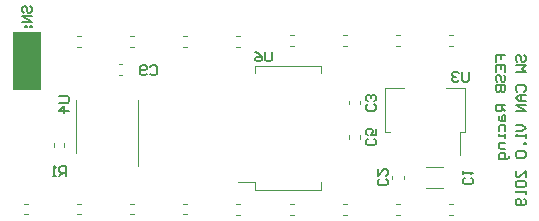
<source format=gbo>
G04 Layer_Color=32896*
%FSLAX25Y25*%
%MOIN*%
G70*
G01*
G75*
%ADD41C,0.00472*%
%ADD43C,0.00701*%
%ADD66R,0.09449X0.19685*%
D41*
X617658Y176378D02*
X623287D01*
X617658Y183465D02*
X623287D01*
X629035Y187224D02*
Y195079D01*
X624429Y209646D02*
X630512D01*
Y195079D02*
Y209646D01*
X629035Y195079D02*
X630512D01*
X604134Y209646D02*
X610217D01*
X604134Y195079D02*
Y209646D01*
Y195079D02*
X605610D01*
X560630Y214665D02*
Y217126D01*
X582677D01*
Y214665D02*
Y217126D01*
X560630Y175787D02*
Y178248D01*
Y175787D02*
X582677D01*
Y178248D01*
X554941D02*
X560630D01*
X591811Y204193D02*
Y205256D01*
X595590Y204193D02*
Y205256D01*
X591811Y192776D02*
Y193839D01*
X595590Y192776D02*
Y193839D01*
X515216Y213858D02*
X516280D01*
X515216Y217638D02*
X516280D01*
X521752Y188071D02*
Y205787D01*
X500886Y188071D02*
Y205787D01*
X521752Y183563D02*
Y188071D01*
X606378Y179390D02*
Y180453D01*
X610157Y179390D02*
Y180453D01*
X493504Y189902D02*
Y191201D01*
X497047Y189902D02*
Y191201D01*
X483602Y167520D02*
X484902D01*
X483602Y171063D02*
X484902D01*
X501319Y167520D02*
X502618D01*
X501319Y171063D02*
X502618D01*
X519035Y167520D02*
X520335D01*
X519035Y171063D02*
X520335D01*
X536752Y167520D02*
X538051D01*
X536752Y171063D02*
X538051D01*
X554468Y167323D02*
X555768D01*
X554468Y170866D02*
X555768D01*
X572185Y167323D02*
X573484D01*
X572185Y170866D02*
X573484D01*
X589902Y167323D02*
X591201D01*
X589902Y170866D02*
X591201D01*
X607618Y167323D02*
X608917D01*
X607618Y170866D02*
X608917D01*
X625335Y167323D02*
X626634D01*
X625335Y170866D02*
X626634D01*
X625335Y223622D02*
X626634D01*
X625335Y227165D02*
X626634D01*
X607618Y223622D02*
X608917D01*
X607618Y227165D02*
X608917D01*
X589902Y223622D02*
X591201D01*
X589902Y227165D02*
X591201D01*
X572185Y223622D02*
X573484D01*
X572185Y227165D02*
X573484D01*
X554468Y223425D02*
X555768D01*
X554468Y226969D02*
X555768D01*
X536752Y223425D02*
X538051D01*
X536752Y226969D02*
X538051D01*
X519035Y223425D02*
X520335D01*
X519035Y226969D02*
X520335D01*
X501319Y223425D02*
X502618D01*
X501319Y226969D02*
X502618D01*
D43*
X640837Y218360D02*
Y220559D01*
X642486D01*
Y219460D01*
Y220559D01*
X644135D01*
X640837Y215062D02*
Y217261D01*
X644135D01*
Y215062D01*
X642486Y217261D02*
Y216161D01*
X641387Y211764D02*
X640837Y212314D01*
Y213413D01*
X641387Y213963D01*
X641936D01*
X642486Y213413D01*
Y212314D01*
X643036Y211764D01*
X643585D01*
X644135Y212314D01*
Y213413D01*
X643585Y213963D01*
X640837Y210665D02*
X644135D01*
Y209016D01*
X643585Y208466D01*
X643036D01*
X642486Y209016D01*
Y210665D01*
Y209016D01*
X641936Y208466D01*
X641387D01*
X640837Y209016D01*
Y210665D01*
X644135Y204068D02*
X640837D01*
Y202419D01*
X641387Y201870D01*
X642486D01*
X643036Y202419D01*
Y204068D01*
Y202969D02*
X644135Y201870D01*
X641936Y200220D02*
Y199121D01*
X642486Y198572D01*
X644135D01*
Y200220D01*
X643585Y200770D01*
X643036Y200220D01*
Y198572D01*
X641936Y195273D02*
Y196922D01*
X642486Y197472D01*
X643585D01*
X644135Y196922D01*
Y195273D01*
Y194174D02*
Y193075D01*
Y193624D01*
X641936D01*
Y194174D01*
X644135Y191426D02*
X641936D01*
Y189776D01*
X642486Y189227D01*
X644135D01*
X645234Y187028D02*
Y186478D01*
X644685Y185929D01*
X641936D01*
Y187578D01*
X642486Y188127D01*
X643585D01*
X644135Y187578D01*
Y185929D01*
X648126Y218360D02*
X647576Y218910D01*
Y220009D01*
X648126Y220559D01*
X648675D01*
X649225Y220009D01*
Y218910D01*
X649775Y218360D01*
X650324D01*
X650874Y218910D01*
Y220009D01*
X650324Y220559D01*
X647576Y217261D02*
X650874D01*
X649775Y216161D01*
X650874Y215062D01*
X647576D01*
X648126Y208466D02*
X647576Y209016D01*
Y210115D01*
X648126Y210665D01*
X650324D01*
X650874Y210115D01*
Y209016D01*
X650324Y208466D01*
X650874Y207366D02*
X648675D01*
X647576Y206267D01*
X648675Y205168D01*
X650874D01*
X649225D01*
Y207366D01*
X650874Y204068D02*
X647576D01*
X650874Y201870D01*
X647576D01*
Y197472D02*
X649775D01*
X650874Y196373D01*
X649775Y195273D01*
X647576D01*
X650874Y194174D02*
Y193075D01*
Y193624D01*
X647576D01*
X648126Y194174D01*
X650874Y191426D02*
X650324D01*
Y190876D01*
X650874D01*
Y191426D01*
X648126Y188677D02*
X647576Y188127D01*
Y187028D01*
X648126Y186478D01*
X650324D01*
X650874Y187028D01*
Y188127D01*
X650324Y188677D01*
X648126D01*
X650874Y179882D02*
Y182081D01*
X648675Y179882D01*
X648126D01*
X647576Y180432D01*
Y181531D01*
X648126Y182081D01*
Y178783D02*
X647576Y178233D01*
Y177134D01*
X648126Y176584D01*
X650324D01*
X650874Y177134D01*
Y178233D01*
X650324Y178783D01*
X648126D01*
X650874Y175485D02*
Y174385D01*
Y174935D01*
X647576D01*
X648126Y175485D01*
X650324Y172736D02*
X650874Y172186D01*
Y171087D01*
X650324Y170537D01*
X648126D01*
X647576Y171087D01*
Y172186D01*
X648126Y172736D01*
X648675D01*
X649225Y172186D01*
Y170537D01*
X632670Y179758D02*
X633219Y179208D01*
Y178109D01*
X632670Y177559D01*
X630471D01*
X629921Y178109D01*
Y179208D01*
X630471Y179758D01*
X629921Y180857D02*
Y181957D01*
Y181407D01*
X633219D01*
X632670Y180857D01*
X631890Y215109D02*
Y212361D01*
X631340Y211811D01*
X630241D01*
X629691Y212361D01*
Y215109D01*
X628592Y214560D02*
X628042Y215109D01*
X626943D01*
X626393Y214560D01*
Y214010D01*
X626943Y213460D01*
X627492D01*
X626943D01*
X626393Y212910D01*
Y212361D01*
X626943Y211811D01*
X628042D01*
X628592Y212361D01*
X566142Y221802D02*
Y219054D01*
X565592Y218504D01*
X564493D01*
X563943Y219054D01*
Y221802D01*
X560645D02*
X561744Y221252D01*
X562844Y220153D01*
Y219054D01*
X562294Y218504D01*
X561195D01*
X560645Y219054D01*
Y219603D01*
X561195Y220153D01*
X562844D01*
X600386Y204167D02*
X600936Y203618D01*
Y202518D01*
X600386Y201969D01*
X598187D01*
X597638Y202518D01*
Y203618D01*
X598187Y204167D01*
X600386Y205267D02*
X600936Y205816D01*
Y206916D01*
X600386Y207465D01*
X599837D01*
X599287Y206916D01*
Y206366D01*
Y206916D01*
X598737Y207465D01*
X598187D01*
X597638Y206916D01*
Y205816D01*
X598187Y205267D01*
X600386Y192750D02*
X600936Y192200D01*
Y191101D01*
X600386Y190551D01*
X598187D01*
X597638Y191101D01*
Y192200D01*
X598187Y192750D01*
X600936Y196048D02*
Y193849D01*
X599287D01*
X599837Y194949D01*
Y195498D01*
X599287Y196048D01*
X598187D01*
X597638Y195498D01*
Y194399D01*
X598187Y193849D01*
X525754Y216626D02*
X526304Y217176D01*
X527403D01*
X527953Y216626D01*
Y214428D01*
X527403Y213878D01*
X526304D01*
X525754Y214428D01*
X524655D02*
X524105Y213878D01*
X523006D01*
X522456Y214428D01*
Y216626D01*
X523006Y217176D01*
X524105D01*
X524655Y216626D01*
Y216077D01*
X524105Y215527D01*
X522456D01*
X495422Y206988D02*
X498171D01*
X498721Y206438D01*
Y205339D01*
X498171Y204789D01*
X495422D01*
X498721Y202041D02*
X495422D01*
X497071Y203690D01*
Y201491D01*
X604323Y179364D02*
X604873Y178814D01*
Y177715D01*
X604323Y177165D01*
X602125D01*
X601575Y177715D01*
Y178814D01*
X602125Y179364D01*
X601575Y182662D02*
Y180464D01*
X603774Y182662D01*
X604323D01*
X604873Y182113D01*
Y181013D01*
X604323Y180464D01*
X497638Y180315D02*
Y183613D01*
X495989D01*
X495439Y183063D01*
Y181964D01*
X495989Y181414D01*
X497638D01*
X496538D02*
X495439Y180315D01*
X494340D02*
X493240D01*
X493790D01*
Y183613D01*
X494340Y183063D01*
X483472Y234809D02*
X482922Y235359D01*
Y236458D01*
X483472Y237008D01*
X484022D01*
X484571Y236458D01*
Y235359D01*
X485121Y234809D01*
X485671D01*
X486221Y235359D01*
Y236458D01*
X485671Y237008D01*
X486221Y233710D02*
X482922D01*
X486221Y231511D01*
X482922D01*
X484022Y230412D02*
Y229862D01*
X484571D01*
Y230412D01*
X484022D01*
X485671D02*
Y229862D01*
X486221D01*
Y230412D01*
X485671D01*
D66*
X484646Y218504D02*
D03*
M02*

</source>
